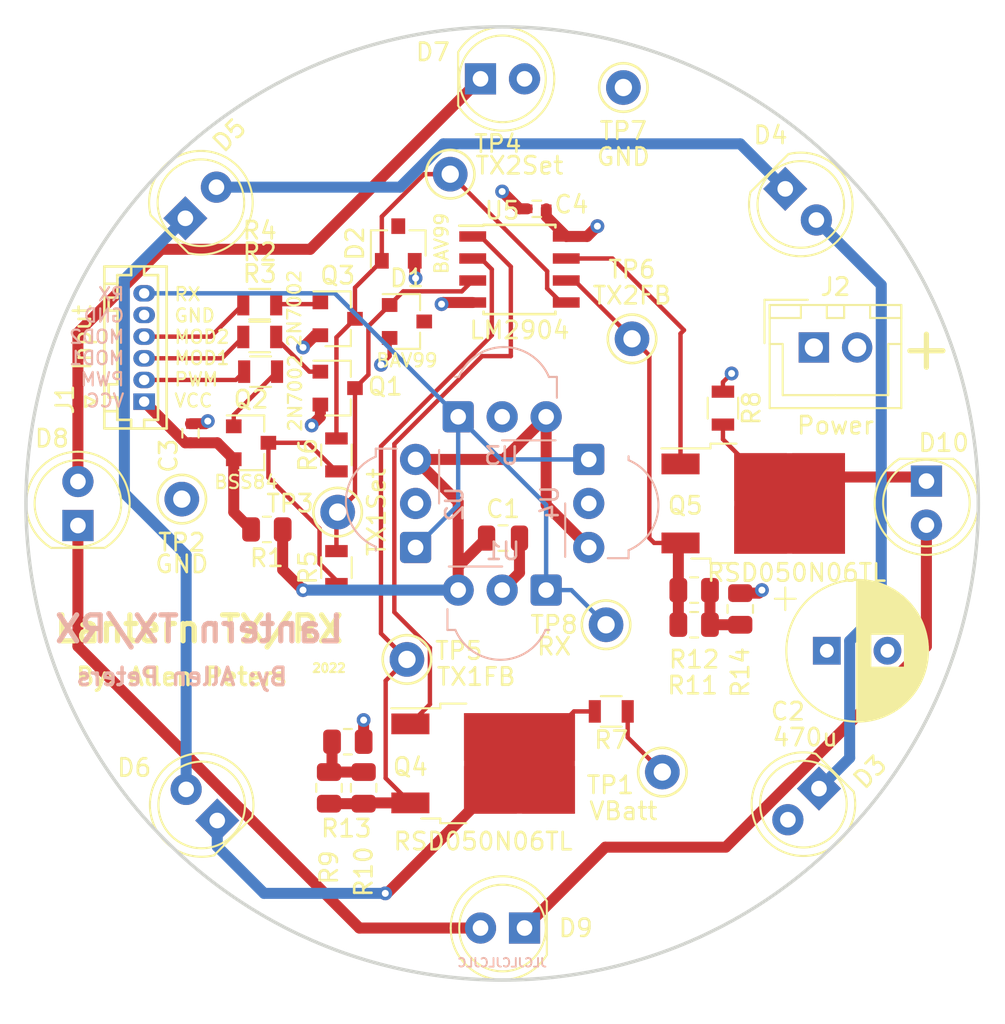
<source format=kicad_pcb>
(kicad_pcb (version 20211014) (generator pcbnew)
  (layers (0 "F.Cu" signal) (1 "In1.Cu" power) (2 "In2.Cu" power) (31 "B.Cu" signal) (34 "B.Paste" user) (35 "F.Paste" user) (36 "B.SilkS" user "B.Silkscreen") (37 "F.SilkS" user "F.Silkscreen") (38 "B.Mask" user) (39 "F.Mask" user) (44 "Edge.Cuts" user))
  (net 0 "")
  (net 1 "+BATT")
  (net 2 "GND")
  (net 3 "VCC")
  (net 4 "Net-(D1-Pad1)")
  (net 7 "Net-(D2-Pad1)")
  (net 8 "Net-(D3-Pad1)")
  (net 9 "Net-(D4-Pad1)")
  (net 10 "/Mod2")
  (net 11 "/Mod1")
  (net 12 "/PWM")
  (net 13 "Net-(Q1-Pad1)")
  (net 14 "Net-(Q2-Pad3)")
  (net 15 "Net-(Q2-Pad1)")
  (net 16 "Net-(Q3-Pad1)")
  (net 17 "Net-(Q4-Pad1)")
  (net 18 "Net-(Q4-Pad3)")
  (net 19 "Net-(Q5-Pad3)")
  (net 20 "Net-(Q5-Pad1)")
  (net 21 "Net-(R10-Pad1)")
  (net 22 "Net-(D5-Pad1)")
  (net 23 "Net-(D6-Pad1)")
  (net 24 "Net-(D7-Pad1)")
  (net 25 "Net-(D8-Pad1)")
  (net 26 "Net-(D10-Pad2)")
  (net 27 "Net-(D10-Pad1)")
  (net 28 "/RX")
  (net 29 "Net-(R11-Pad1)")
  (net 30 "Net-(C1-Pad1)")
  (footprint "TO_SOT_Packages_SMD:TO-252-2" (layer "F.Cu") (at 154.5 70)
    (fp_text reference "Q5" (at -3.925 0.125) (layer "F.SilkS"))
    (fp_text value "RSD050N06TL" (at 2.5 4) (layer "F.SilkS"))
    (pad "1" smd rect locked (at -4.2 -2.28) (size 2.2 1.2) (layers "F.Cu" "F.Paste" "F.Mask") (net 20 "Net-(Q5-Pad1)"))
    (pad "2" smd rect locked (at 3.775 1.525) (size 3.05 2.75) (layers "F.Cu" "F.Paste") (net 27 "Net-(D10-Pad1)"))
    (pad "2" smd rect locked (at 0.425 -1.525) (size 3.05 2.75) (layers "F.Cu" "F.Paste") (net 27 "Net-(D10-Pad1)"))
    (pad "2" smd rect locked (at 2.1 0) (size 6.4 5.8) (layers "F.Cu" "F.Mask") (net 27 "Net-(D10-Pad1)"))
    (pad "2" smd rect locked (at 0.425 1.525) (size 3.05 2.75) (layers "F.Cu" "F.Paste") (net 27 "Net-(D10-Pad1)"))
    (pad "2" smd rect locked (at 3.775 -1.525) (size 3.05 2.75) (layers "F.Cu" "F.Paste") (net 27 "Net-(D10-Pad1)"))
    (pad "3" smd rect locked (at -4.2 2.28) (size 2.2 1.2) (layers "F.Cu" "F.Paste" "F.Mask") (net 19 "Net-(Q5-Pad3)"))
  )
  (footprint "TO_SOT_Packages_SMD:TO-252-2" (layer "F.Cu") (at 138.9 85)
    (fp_text reference "Q4" (at -4.2 0.2) (layer "F.SilkS"))
    (fp_text value "RSD050N06TL" (at 0 4.5) (layer "F.SilkS"))
    (pad "1" smd rect locked (at -4.2 -2.28) (size 2.2 1.2) (layers "F.Cu" "F.Paste" "F.Mask") (net 17 "Net-(Q4-Pad1)"))
    (pad "2" smd rect locked (at 3.775 -1.525) (size 3.05 2.75) (layers "F.Cu" "F.Paste") (net 23 "Net-(D6-Pad1)"))
    (pad "2" smd rect locked (at 3.775 1.525) (size 3.05 2.75) (layers "F.Cu" "F.Paste") (net 23 "Net-(D6-Pad1)"))
    (pad "2" smd rect locked (at 2.1 0) (size 6.4 5.8) (layers "F.Cu" "F.Mask") (net 23 "Net-(D6-Pad1)"))
    (pad "2" smd rect locked (at 0.425 -1.525) (size 3.05 2.75) (layers "F.Cu" "F.Paste") (net 23 "Net-(D6-Pad1)"))
    (pad "2" smd rect locked (at 0.425 1.525) (size 3.05 2.75) (layers "F.Cu" "F.Paste") (net 23 "Net-(D6-Pad1)"))
    (pad "3" smd rect locked (at -4.2 2.28) (size 2.2 1.2) (layers "F.Cu" "F.Paste" "F.Mask") (net 18 "Net-(Q4-Pad3)"))
  )
  (footprint "Resistor_SMD:R_0805_2012Metric" (layer "F.Cu") (at 153.75 76.0875 -90)
    (fp_text reference "R14" (at 3.6625 0 90) (layer "F.SilkS"))
    (fp_text value "1 ohm")
    (pad "1" smd roundrect (at -0.9125 0 270) (size 1.025 1.4) (layers "F.Cu" "F.Paste" "F.Mask") (roundrect_rratio 0.243902) (net 2 "GND"))
    (pad "2" smd roundrect (at 0.9125 0 270) (size 1.025 1.4) (layers "F.Cu" "F.Paste" "F.Mask") (roundrect_rratio 0.243902) (net 29 "Net-(R11-Pad1)"))
  )
  (footprint "Resistor_SMD:R_0805_2012Metric" (layer "F.Cu") (at 151.0875 77 180)
    (fp_text reference "R11" (at 0.0875 -3.5) (layer "F.SilkS"))
    (fp_text value "1 ohm")
    (pad "1" smd roundrect (at -0.9125 0 180) (size 1.025 1.4) (layers "F.Cu" "F.Paste" "F.Mask") (roundrect_rratio 0.243902) (net 29 "Net-(R11-Pad1)"))
    (pad "2" smd roundrect (at 0.9125 0 180) (size 1.025 1.4) (layers "F.Cu" "F.Paste" "F.Mask") (roundrect_rratio 0.243902) (net 19 "Net-(Q5-Pad3)"))
  )
  (footprint "Resistor_SMD:R_0805_2012Metric" (layer "F.Cu") (at 151.0875 75 180)
    (fp_text reference "R12" (at 0 -4) (layer "F.SilkS"))
    (fp_text value "1 ohm")
    (pad "1" smd roundrect (at -0.9125 0 180) (size 1.025 1.4) (layers "F.Cu" "F.Paste" "F.Mask") (roundrect_rratio 0.243902) (net 29 "Net-(R11-Pad1)"))
    (pad "2" smd roundrect (at 0.9125 0 180) (size 1.025 1.4) (layers "F.Cu" "F.Paste" "F.Mask") (roundrect_rratio 0.243902) (net 19 "Net-(Q5-Pad3)"))
  )
  (footprint "Connectors_Hirose:Hirose_DF13-06P-1.25DSA_06x1.25mm_Straight" (layer "F.Cu") (at 119.325 64.125 90)
    (fp_text reference "J1" (at 0.125 -4.575 90) (layer "F.SilkS"))
    (fp_text value "Input" (at 3.7 -3.575 90) (layer "F.SilkS"))
    (pad "1" thru_hole rect locked (at 0 0 90) (size 0.95 1.25) (drill 0.6) (layers *.Cu *.Mask) (net 3 "VCC"))
    (pad "2" thru_hole oval locked (at 1.25 0 90) (size 0.95 1.25) (drill 0.6) (layers *.Cu *.Mask) (net 12 "/PWM"))
    (pad "3" thru_hole oval locked (at 2.5 0 90) (size 0.95 1.25) (drill 0.6) (layers *.Cu *.Mask) (net 11 "/Mod1"))
    (pad "4" thru_hole oval locked (at 3.75 0 90) (size 0.95 1.25) (drill 0.6) (layers *.Cu *.Mask) (net 10 "/Mod2"))
    (pad "5" thru_hole oval locked (at 5 0 90) (size 0.95 1.25) (drill 0.6) (layers *.Cu *.Mask) (net 2 "GND"))
    (pad "6" thru_hole oval locked (at 6.25 0 90) (size 0.95 1.25) (drill 0.6) (layers *.Cu *.Mask) (net 28 "/RX"))
  )
  (footprint "Connectors_JST:JST_XH_B02B-XH-A_02x2.50mm_Straight" (layer "F.Cu") (at 158 61)
    (fp_text reference "J2" (at 1.25 -3.5) (layer "F.SilkS"))
    (fp_text value "Power" (at 1.25 4.5) (layer "F.SilkS"))
    (pad "1" thru_hole rect locked (at 0 0) (size 1.75 1.75) (drill 1.05) (layers *.Cu *.Mask) (net 2 "GND"))
    (pad "2" thru_hole circle locked (at 2.5 0) (size 1.75 1.75) (drill 1.05) (layers *.Cu *.Mask) (net 1 "+BATT"))
  )
  (footprint "TO_SOT_Packages_SMD:SOT-23" (layer "F.Cu") (at 134.5 59.5)
    (fp_text reference "D1" (at 0 -2.5) (layer "F.SilkS"))
    (fp_text value "BAV99" (at 0 2.245) (layer "F.SilkS") (effects (font (size 0.762 0.762) (thickness 0.127))))
    (pad "1" smd rect locked (at -1 -0.95) (size 0.9 0.8) (layers "F.Cu" "F.Paste" "F.Mask") (net 4 "Net-(D1-Pad1)"))
    (pad "2" smd rect locked (at -1 0.95) (size 0.9 0.8) (layers "F.Cu" "F.Paste" "F.Mask") (net 2 "GND"))
    (pad "3" smd rect locked (at 1 0) (size 0.9 0.8) (layers "F.Cu" "F.Paste" "F.Mask"))
  )
  (footprint "Capacitors_SMD:C_0402" (layer "F.Cu") (at 122 65.95 90)
    (fp_text reference "C3" (at -1.3 -1.27 90) (layer "F.SilkS"))
    (fp_text value "2.2u")
    (pad "1" smd rect locked (at -0.55 0 90) (size 0.6 0.5) (layers "F.Cu" "F.Paste" "F.Mask") (net 3 "VCC"))
    (pad "2" smd rect locked (at 0.55 0 90) (size 0.6 0.5) (layers "F.Cu" "F.Paste" "F.Mask") (net 2 "GND"))
  )
  (footprint "Resistors_SMD:R_0805" (layer "F.Cu") (at 126 58.5 180)
    (fp_text reference "R4" (at 0 4.25) (layer "F.SilkS"))
    (fp_text value "0 ohm")
    (pad "1" smd rect locked (at -0.95 0 180) (size 0.7 1.3) (layers "F.Cu" "F.Paste" "F.Mask") (net 16 "Net-(Q3-Pad1)"))
    (pad "2" smd rect locked (at 0.95 0 180) (size 0.7 1.3) (layers "F.Cu" "F.Paste" "F.Mask") (net 10 "/Mod2"))
  )
  (footprint "TO_SOT_Packages_SMD:SOT-23" (layer "F.Cu") (at 130.5 63.345)
    (fp_text reference "Q1" (at 2.75 -0.095) (layer "F.SilkS"))
    (fp_text value "2N7002" (at -2.455 0.28 90) (layer "F.SilkS") (effects (font (size 0.762 0.762) (thickness 0.127))))
    (pad "1" smd rect locked (at -1 -0.95) (size 0.9 0.8) (layers "F.Cu" "F.Paste" "F.Mask") (net 13 "Net-(Q1-Pad1)"))
    (pad "2" smd rect locked (at -1 0.95) (size 0.9 0.8) (layers "F.Cu" "F.Paste" "F.Mask") (net 2 "GND"))
    (pad "3" smd rect locked (at 1 0) (size 0.9 0.8) (layers "F.Cu" "F.Paste" "F.Mask") (net 4 "Net-(D1-Pad1)"))
  )
  (footprint "TO_SOT_Packages_SMD:SOT-23" (layer "F.Cu") (at 134 55 90)
    (fp_text reference "D2" (at 0 -2.5 90) (layer "F.SilkS"))
    (fp_text value "BAV99" (at 0 2.5 90) (layer "F.SilkS") (effects (font (size 0.762 0.762) (thickness 0.127))))
    (pad "1" smd rect locked (at -1 -0.95 90) (size 0.9 0.8) (layers "F.Cu" "F.Paste" "F.Mask") (net 7 "Net-(D2-Pad1)"))
    (pad "2" smd rect locked (at -1 0.95 90) (size 0.9 0.8) (layers "F.Cu" "F.Paste" "F.Mask") (net 2 "GND"))
    (pad "3" smd rect locked (at 1 0 90) (size 0.9 0.8) (layers "F.Cu" "F.Paste" "F.Mask"))
  )
  (footprint "Resistors_SMD:R_0805" (layer "F.Cu") (at 130.43 67.2 90)
    (fp_text reference "R6" (at 0 -1.65 90) (layer "F.SilkS"))
    (fp_text value "1k")
    (pad "1" smd rect locked (at -0.95 0 90) (size 0.7 1.3) (layers "F.Cu" "F.Paste" "F.Mask") (net 14 "Net-(Q2-Pad3)"))
    (pad "2" smd rect locked (at 0.95 0 90) (size 0.7 1.3) (layers "F.Cu" "F.Paste" "F.Mask") (net 7 "Net-(D2-Pad1)"))
  )
  (footprint "TO_SOT_Packages_SMD:SOT-23" (layer "F.Cu") (at 125.5 66.5)
    (fp_text reference "Q2" (at 0 -2.5) (layer "F.SilkS"))
    (fp_text value "BSS84" (at -0.285 2.265) (layer "F.SilkS") (effects (font (size 0.762 0.762) (thickness 0.127))))
    (pad "1" smd rect locked (at -1 -0.95) (size 0.9 0.8) (layers "F.Cu" "F.Paste" "F.Mask") (net 15 "Net-(Q2-Pad1)"))
    (pad "2" smd rect locked (at -1 0.95) (size 0.9 0.8) (layers "F.Cu" "F.Paste" "F.Mask") (net 3 "VCC"))
    (pad "3" smd rect locked (at 1 0) (size 0.9 0.8) (layers "F.Cu" "F.Paste" "F.Mask") (net 14 "Net-(Q2-Pad3)"))
  )
  (footprint "Resistors_SMD:R_0805" (layer "F.Cu") (at 126.05 62.395 180)
    (fp_text reference "R3" (at 0.05 5.645) (layer "F.SilkS"))
    (fp_text value "0 ohm")
    (pad "1" smd rect locked (at -0.95 0 180) (size 0.7 1.3) (layers "F.Cu" "F.Paste" "F.Mask") (net 15 "Net-(Q2-Pad1)"))
    (pad "2" smd rect locked (at 0.95 0 180) (size 0.7 1.3) (layers "F.Cu" "F.Paste" "F.Mask") (net 12 "/PWM"))
  )
  (footprint "Resistors_SMD:R_0805" (layer "F.Cu") (at 126 60.395 180)
    (fp_text reference "R2" (at 0 4.895) (layer "F.SilkS"))
    (fp_text value "0 ohm")
    (pad "1" smd rect locked (at -0.95 0 180) (size 0.7 1.3) (layers "F.Cu" "F.Paste" "F.Mask") (net 13 "Net-(Q1-Pad1)"))
    (pad "2" smd rect locked (at 0.95 0 180) (size 0.7 1.3) (layers "F.Cu" "F.Paste" "F.Mask") (net 11 "/Mod1"))
  )
  (footprint "Resistors_SMD:R_0805" (layer "F.Cu") (at 130.43 73.7 90)
    (fp_text reference "R5" (at 0 -1.65 90) (layer "F.SilkS"))
    (fp_text value "1k")
    (pad "1" smd rect locked (at -0.95 0 90) (size 0.7 1.3) (layers "F.Cu" "F.Paste" "F.Mask") (net 14 "Net-(Q2-Pad3)"))
    (pad "2" smd rect locked (at 0.95 0 90) (size 0.7 1.3) (layers "F.Cu" "F.Paste" "F.Mask") (net 4 "Net-(D1-Pad1)"))
  )
  (footprint "Resistor_SMD:R_0805_2012Metric" (layer "F.Cu") (at 132 86.4125 -90)
    (fp_text reference "R10" (at 4.8375 0 -90) (layer "F.SilkS"))
    (fp_text value "1 ohm")
    (pad "1" smd roundrect (at -0.9125 0 270) (size 1.025 1.4) (layers "F.Cu" "F.Paste" "F.Mask") (roundrect_rratio 0.243902) (net 21 "Net-(R10-Pad1)"))
    (pad "2" smd roundrect (at 0.9125 0 270) (size 1.025 1.4) (layers "F.Cu" "F.Paste" "F.Mask") (roundrect_rratio 0.243902) (net 18 "Net-(Q4-Pad3)"))
  )
  (footprint "Resistor_SMD:R_0805_2012Metric" (layer "F.Cu") (at 131.0875 83.75 180)
    (fp_text reference "R13" (at 0.0875 -5) (layer "F.SilkS"))
    (fp_text value "1 ohm")
    (pad "1" smd roundrect (at -0.9125 0 180) (size 1.025 1.4) (layers "F.Cu" "F.Paste" "F.Mask") (roundrect_rratio 0.243902) (net 2 "GND"))
    (pad "2" smd roundrect (at 0.9125 0 180) (size 1.025 1.4) (layers "F.Cu" "F.Paste" "F.Mask") (roundrect_rratio 0.243902) (net 21 "Net-(R10-Pad1)"))
  )
  (footprint "Resistor_SMD:R_0805_2012Metric" (layer "F.Cu") (at 130 86.4125 -90)
    (fp_text reference "R9" (at 4.5875 0 -90) (layer "F.SilkS"))
    (fp_text value "1 ohm")
    (pad "1" smd roundrect (at -0.9125 0 270) (size 1.025 1.4) (layers "F.Cu" "F.Paste" "F.Mask") (roundrect_rratio 0.243902) (net 21 "Net-(R10-Pad1)"))
    (pad "2" smd roundrect (at 0.9125 0 270) (size 1.025 1.4) (layers "F.Cu" "F.Paste" "F.Mask") (roundrect_rratio 0.243902) (net 18 "Net-(Q4-Pad3)"))
  )
  (footprint "Resistors_SMD:R_0805" (layer "F.Cu") (at 146.300001 82 180)
    (fp_text reference "R7" (at 0 -1.65) (layer "F.SilkS"))
    (fp_text value "1k")
    (pad "1" smd rect locked (at -0.95 0 180) (size 0.7 1.3) (layers "F.Cu" "F.Paste" "F.Mask") (net 1 "+BATT"))
    (pad "2" smd rect locked (at 0.95 0 180) (size 0.7 1.3) (layers "F.Cu" "F.Paste" "F.Mask") (net 23 "Net-(D6-Pad1)"))
  )
  (footprint "LED_THT:LED_D5.0mm" (layer "F.Cu") (at 123.546051 88.296051 135)
    (fp_text reference "D6" (at 5.545204 -1.237437 180) (layer "F.SilkS"))
    (fp_text value "LED1")
    (pad "1" thru_hole rect (at 0 0 135) (size 1.8 1.8) (drill 0.9) (layers *.Cu *.Mask) (net 23 "Net-(D6-Pad1)"))
    (pad "2" thru_hole circle (at 2.54 0 135) (size 1.8 1.8) (drill 0.9) (layers *.Cu *.Mask) (net 22 "Net-(D5-Pad1)"))
  )
  (footprint "Resistors_SMD:R_0805" (layer "F.Cu") (at 152.75 64.5 -90)
    (fp_text reference "R8" (at 0 -1.65 90) (layer "F.SilkS"))
    (fp_text value "1k")
    (pad "1" smd rect locked (at -0.95 0 270) (size 0.7 1.3) (layers "F.Cu" "F.Paste" "F.Mask") (net 1 "+BATT"))
    (pad "2" smd rect locked (at 0.95 0 270) (size 0.7 1.3) (layers "F.Cu" "F.Paste" "F.Mask") (net 27 "Net-(D10-Pad1)"))
  )
  (footprint "Capacitors_THT:CP_Radial_D8.0mm_P3.50mm" (layer "F.Cu") (at 158.75 78.5)
    (fp_text reference "C2" (at -2.25 3.5) (layer "F.SilkS"))
    (fp_text value "470u" (at -1.25 5) (layer "F.SilkS"))
    (pad "1" thru_hole rect (at 0 0) (size 1.6 1.6) (drill 0.8) (layers *.Cu *.Mask) (net 1 "+BATT"))
    (pad "2" thru_hole circle (at 3.5 0) (size 1.6 1.6) (drill 0.8) (layers *.Cu *.Mask) (net 2 "GND"))
  )
  (footprint "TestPoint:TestPoint_Keystone_5000-5004_Miniature" (layer "F.Cu") (at 149.25 85.5)
    (fp_text reference "TP1" (at -3 0.75) (layer "F.SilkS"))
    (fp_text value "VBatt" (at -2.25 2.25) (layer "F.SilkS"))
    (pad "1" thru_hole circle (at 0 0) (size 2 2) (drill 1) (layers *.Cu *.Mask) (net 1 "+BATT"))
  )
  (footprint "TestPoint:TestPoint_Keystone_5000-5004_Miniature" (layer "F.Cu") (at 121.5 69.75)
    (fp_text reference "TP2" (at 0 2.5) (layer "F.SilkS"))
    (fp_text value "GND" (at 0 3.75) (layer "F.SilkS"))
    (pad "1" thru_hole circle (at 0 0) (size 2 2) (drill 1) (layers *.Cu *.Mask) (net 2 "GND"))
  )
  (footprint "TestPoint:TestPoint_Keystone_5000-5004_Miniature" (layer "F.Cu") (at 130.5 70.5)
    (fp_text reference "TP3" (at -2.75 -0.5) (layer "F.SilkS"))
    (fp_text value "TX1Set" (at 2.25 0 90) (layer "F.SilkS"))
    (pad "1" thru_hole circle (at 0 0) (size 2 2) (drill 1) (layers *.Cu *.Mask) (net 4 "Net-(D1-Pad1)"))
  )
  (footprint "TestPoint:TestPoint_Keystone_5000-5004_Miniature" (layer "F.Cu") (at 137 51)
    (fp_text reference "TP4" (at 2.75 -1.75) (layer "F.SilkS"))
    (fp_text value "TX2Set" (at 4 -0.5) (layer "F.SilkS"))
    (pad "1" thru_hole circle (at 0 0) (size 2 2) (drill 1) (layers *.Cu *.Mask) (net 7 "Net-(D2-Pad1)"))
  )
  (footprint "TestPoint:TestPoint_Keystone_5000-5004_Miniature" (layer "F.Cu") (at 147.5 60.5)
    (fp_text reference "TP6" (at 0 -4) (layer "F.SilkS"))
    (fp_text value "TX2FB" (at 0 -2.5) (layer "F.SilkS"))
    (pad "1" thru_hole circle (at 0 0) (size 2 2) (drill 1) (layers *.Cu *.Mask) (net 19 "Net-(Q5-Pad3)"))
  )
  (footprint "TestPoint:TestPoint_Keystone_5000-5004_Miniature" (layer "F.Cu") (at 134.5 79)
    (fp_text reference "TP5" (at 3 -0.5) (layer "F.SilkS"))
    (fp_text value "TX1FB" (at 4 1) (layer "F.SilkS"))
    (pad "1" thru_hole circle (at 0 0) (size 2 2) (drill 1) (layers *.Cu *.Mask) (net 18 "Net-(Q4-Pad3)"))
  )
  (footprint "TestPoint:TestPoint_Keystone_5000-5004_Miniature" (layer "F.Cu") (at 147 46)
    (fp_text reference "TP7" (at 0 2.5) (layer "F.SilkS"))
    (fp_text value "GND" (at 0 4) (layer "F.SilkS"))
    (pad "1" thru_hole circle (at 0 0) (size 2 2) (drill 1) (layers *.Cu *.Mask) (net 2 "GND"))
  )
  (footprint "Housings_SOIC:SOIC-8_3.9x4.9mm_Pitch1.27mm" (layer "F.Cu") (at 141 56.5)
    (fp_text reference "U5" (at -1 -3.4) (layer "F.SilkS"))
    (fp_text value "LM2904" (at 0 3.5) (layer "F.SilkS"))
    (pad "1" smd rect locked (at -2.7 -1.905) (size 1.55 0.6) (layers "F.Cu" "F.Paste" "F.Mask") (net 17 "Net-(Q4-Pad1)"))
    (pad "2" smd rect locked (at -2.7 -0.635) (size 1.55 0.6) (layers "F.Cu" "F.Paste" "F.Mask") (net 18 "Net-(Q4-Pad3)"))
    (pad "3" smd rect locked (at -2.7 0.635) (size 1.55 0.6) (layers "F.Cu" "F.Paste" "F.Mask") (net 4 "Net-(D1-Pad1)"))
    (pad "4" smd rect locked (at -2.7 1.905) (size 1.55 0.6) (layers "F.Cu" "F.Paste" "F.Mask") (net 2 "GND"))
    (pad "5" smd rect locked (at 2.7 1.905) (size 1.55 0.6) (layers "F.Cu" "F.Paste" "F.Mask") (net 7 "Net-(D2-Pad1)"))
    (pad "6" smd rect locked (at 2.7 0.635) (size 1.55 0.6) (layers "F.Cu" "F.Paste" "F.Mask") (net 19 "Net-(Q5-Pad3)"))
    (pad "7" smd rect locked (at 2.7 -0.635) (size 1.55 0.6) (layers "F.Cu" "F.Paste" "F.Mask") (net 20 "Net-(Q5-Pad1)"))
    (pad "8" smd rect locked (at 2.7 -1.905) (size 1.55 0.6) (layers "F.Cu" "F.Paste" "F.Mask") (net 1 "+BATT"))
  )
  (footprint "Capacitors_SMD:C_0402" (layer "F.Cu") (at 142 53 180)
    (fp_text reference "C4" (at -2 0.25) (layer "F.SilkS"))
    (fp_text value "2.2u")
    (pad "1" smd rect locked (at -0.55 0 180) (size 0.6 0.5) (layers "F.Cu" "F.Paste" "F.Mask") (net 1 "+BATT"))
    (pad "2" smd rect locked (at 0.55 0 180) (size 0.6 0.5) (layers "F.Cu" "F.Paste" "F.Mask") (net 2 "GND"))
  )
  (footprint "TO_SOT_Packages_SMD:SOT-23" (layer "F.Cu") (at 130.5 59.345)
    (fp_text reference "Q3" (at 0 -2.5) (layer "F.SilkS"))
    (fp_text value "2N7002" (at -2.5 -0.595 90) (layer "F.SilkS") (effects (font (size 0.762 0.762) (thickness 0.127))))
    (pad "1" smd rect locked (at -1 -0.95) (size 0.9 0.8) (layers "F.Cu" "F.Paste" "F.Mask") (net 16 "Net-(Q3-Pad1)"))
    (pad "2" smd rect locked (at -1 0.95) (size 0.9 0.8) (layers "F.Cu" "F.Paste" "F.Mask") (net 2 "GND"))
    (pad "3" smd rect locked (at 1 0) (size 0.9 0.8) (layers "F.Cu" "F.Paste" "F.Mask") (net 7 "Net-(D2-Pad1)"))
  )
  (footprint "Resistor_SMD:R_0805_2012Metric" (layer "F.Cu") (at 126.4125 71.5 180)
    (fp_text reference "R1" (at 0 -1.65) (layer "F.SilkS"))
    (fp_text value "100")
    (pad "1" smd roundrect (at -0.9125 0 180) (size 1.025 1.4) (layers "F.Cu" "F.Paste" "F.Mask") (roundrect_rratio 0.243902) (net 30 "Net-(C1-Pad1)"))
    (pad "2" smd roundrect (at 0.9125 0 180) (size 1.025 1.4) (layers "F.Cu" "F.Paste" "F.Mask") (roundrect_rratio 0.243902) (net 3 "VCC"))
  )
  (footprint "LED_THT:LED_D5.0mm" (layer "F.Cu") (at 121.703949 53.546051 45)
    (fp_text reference "D5" (at 5.19165 -1.59099 45) (layer "F.SilkS"))
    (fp_text value "LED1")
    (pad "1" thru_hole rect (at 0 0 45) (size 1.8 1.8) (drill 0.9) (layers *.Cu *.Mask) (net 22 "Net-(D5-Pad1)"))
    (pad "2" thru_hole circle (at 2.54 0 45) (size 1.8 1.8) (drill 0.9) (layers *.Cu *.Mask) (net 9 "Net-(D4-Pad1)"))
  )
  (footprint "LED_THT:LED_D5.0mm" (layer "F.Cu") (at 164.5 68.71 -90)
    (fp_text reference "D10" (at -2.21 -1) (layer "F.SilkS"))
    (fp_text value "LED1")
    (pad "1" thru_hole rect (at 0 0 270) (size 1.8 1.8) (drill 0.9) (layers *.Cu *.Mask) (net 27 "Net-(D10-Pad1)"))
    (pad "2" thru_hole circle (at 2.54 0 270) (size 1.8 1.8) (drill 0.9) (layers *.Cu *.Mask) (net 26 "Net-(D10-Pad2)"))
  )
  (footprint "MountingHole:MountingHole_3.2mm_M3" (layer "F.Cu") (at 130.5 48)
    (fp_text reference "H1")
    (fp_text value "MountingHole")
    (pad "" np_thru_hole circle (at 0 0) (size 3.2 3.2) (drill 3.2) (layers *.Cu *.Mask))
  )
  (footprint "TestPoint:TestPoint_Keystone_5000-5004_Miniature" (layer "F.Cu") (at 146 77)
    (fp_text reference "TP8" (at -3 0) (layer "F.SilkS"))
    (fp_text value "RX" (at -3 1.25) (layer "F.SilkS"))
    (pad "1" thru_hole circle (at 0 0) (size 2 2) (drill 1) (layers *.Cu *.Mask) (net 28 "/RX"))
  )
  (footprint "LED_THT:LED_D5.0mm" (layer "F.Cu") (at 156.348439 51.848439 -45)
    (fp_text reference "D4" (at -2.790864 -1.59099) (layer "F.SilkS"))
    (fp_text value "LED1")
    (pad "1" thru_hole rect (at 0 0 315) (size 1.8 1.8) (drill 0.9) (layers *.Cu *.Mask) (net 9 "Net-(D4-Pad1)"))
    (pad "2" thru_hole circle (at 2.54 0 315) (size 1.8 1.8) (drill 0.9) (layers *.Cu *.Mask) (net 8 "Net-(D3-Pad1)"))
  )
  (footprint "MountingHole:MountingHole_3.2mm_M3" (layer "F.Cu") (at 149.5 92)
    (fp_text reference "H2")
    (fp_text value "MountingHole")
    (pad "" np_thru_hole circle (at 0 0) (size 3.2 3.2) (drill 3.2) (layers *.Cu *.Mask))
  )
  (footprint "LED_THT:LED_D5.0mm" (layer "F.Cu") (at 115.5 71.275 90)
    (fp_text reference "D8" (at 5.025 -1.5) (layer "F.SilkS"))
    (fp_text value "LED1")
    (pad "1" thru_hole rect (at 0 0 90) (size 1.8 1.8) (drill 0.9) (layers *.Cu *.Mask) (net 25 "Net-(D8-Pad1)"))
    (pad "2" thru_hole circle (at 2.54 0 90) (size 1.8 1.8) (drill 0.9) (layers *.Cu *.Mask) (net 24 "Net-(D7-Pad1)"))
  )
  (footprint "LED_THT:LED_D5.0mm" (layer "F.Cu") (at 158.296051 86.453949 -135)
    (fp_text reference "D3" (at -2.763301 -1.414214 45) (layer "F.SilkS"))
    (fp_text value "LED1")
    (pad "1" thru_hole rect (at 0 0 225) (size 1.8 1.8) (drill 0.9) (layers *.Cu *.Mask) (net 8 "Net-(D3-Pad1)"))
    (pad "2" thru_hole circle (at 2.54 0 225) (size 1.8 1.8) (drill 0.9) (layers *.Cu *.Mask) (net 1 "+BATT"))
  )
  (footprint "LED_THT:LED_D5.0mm" (layer "F.Cu") (at 141.29 94.5 180)
    (fp_text reference "D9" (at -2.96 0) (layer "F.SilkS"))
    (fp_text value "LED1")
    (pad "1" thru_hole rect (at 0 0 180) (size 1.8 1.8) (drill 0.9) (layers *.Cu *.Mask) (net 26 "Net-(D10-Pad2)"))
    (pad "2" thru_hole circle (at 2.54 0 180) (size 1.8 1.8) (drill 0.9) (layers *.Cu *.Mask) (net 25 "Net-(D8-Pad1)"))
  )
  (footprint "LED_THT:LED_D5.0mm" (layer "F.Cu") (at 138.75 45.5)
    (fp_text reference "D7" (at -2.75 -1.545) (layer "F.SilkS"))
    (fp_text value "LED1")
    (pad "1" thru_hole rect (at 0 0) (size 1.8 1.8) (drill 0.9) (layers *.Cu *.Mask) (net 24 "Net-(D7-Pad1)"))
    (pad "2" thru_hole circle (at 2.54 0) (size 1.8 1.8) (drill 0.9) (layers *.Cu *.Mask) (net 1 "+BATT"))
  )
  (footprint "Capacitor_SMD:C_0805_2012Metric" (layer "F.Cu") (at 140.05 72)
    (fp_text reference "C1" (at 0 -1.68) (layer "F.SilkS"))
    (fp_text value "4.7u")
    (pad "1" smd roundrect (at -0.95 0) (size 1 1.45) (layers "F.Cu" "F.Paste" "F.Mask") (net 30 "Net-(C1-Pad1)"))
    (pad "2" smd roundrect (at 0.95 0) (size 1 1.45) (layers "F.Cu" "F.Paste" "F.Mask") (net 2 "GND"))
  )
  (footprint "OptoDevice:Vishay_MOLD-3Pin" (layer "B.Cu") (at 142.54 75 180)
    (fp_text reference "U1" (at 2.5 2.25) (layer "B.SilkS") (effects (justify mirror)))
    (fp_text value "TSOP4838")
    (pad "1" thru_hole roundrect (at 0 0 180) (size 1.8 1.8) (drill 0.9) (layers *.Cu *.Mask) (roundrect_rratio 0.138) (net 28 "/RX"))
    (pad "2" thru_hole circle (at 2.54 0 180) (size 1.8 1.8) (drill 0.9) (layers *.Cu *.Mask) (net 2 "GND"))
    (pad "3" thru_hole circle (at 5.08 0 180) (size 1.8 1.8) (drill 0.9) (layers *.Cu *.Mask) (net 30 "Net-(C1-Pad1)"))
  )
  (footprint "OptoDevice:Vishay_MOLD-3Pin" (layer "B.Cu") (at 145 67.46 -90)
    (fp_text reference "U4" (at 2.5 2.25 90) (layer "B.SilkS") (effects (justify mirror)))
    (fp_text value "TSOP4838")
    (pad "1" thru_hole roundrect (at 0 0 270) (size 1.8 1.8) (drill 0.9) (layers *.Cu *.Mask) (roundrect_rratio 0.138) (net 28 "/RX"))
    (pad "2" thru_hole circle (at 2.54 0 270) (size 1.8 1.8) (drill 0.9) (layers *.Cu *.Mask) (net 2 "GND"))
    (pad "3" thru_hole circle (at 5.08 0 270) (size 1.8 1.8) (drill 0.9) (layers *.Cu *.Mask) (net 30 "Net-(C1-Pad1)"))
  )
  (footprint "OptoDevice:Vishay_MOLD-3Pin" (layer "B.Cu") (at 137.46 65)
    (fp_text reference "U3" (at 2.5 2.25) (layer "B.SilkS") (effects (justify mirror)))
    (fp_text value "TSOP4838")
    (pad "1" thru_hole roundrect (at 0 0) (size 1.8 1.8) (drill 0.9) (layers *.Cu *.Mask) (roundrect_rratio 0.138) (net 28 "/RX"))
    (pad "2" thru_hole circle (at 2.54 0) (size 1.8 1.8) (drill 0.9) (layers *.Cu *.Mask) (net 2 "GND"))
    (pad "3" thru_hole circle (at 5.08 0) (size 1.8 1.8) (drill 0.9) (layers *.Cu *.Mask) (net 30 "Net-(C1-Pad1)"))
  )
  (footprint "OptoDevice:Vishay_MOLD-3Pin" (layer "B.Cu") (at 135 72.54 90)
    (fp_text reference "U2" (at 2.5 2.25 90) (layer "B.SilkS") (effects (justify mirror)))
    (fp_text value "TSOP4838")
    (pad "1" thru_hole roundrect (at 0 0 90) (size 1.8 1.8) (drill 0.9) (layers *.Cu *.Mask) (roundrect_rratio 0.138) (net 28 "/RX"))
    (pad "2" thru_hole circle (at 2.54 0 90) (size 1.8 1.8) (drill 0.9) (layers *.Cu *.Mask) (net 2 "GND"))
    (pad "3" thru_hole circle (at 5.08 0 90) (size 1.8 1.8) (drill 0.9) (layers *.Cu *.Mask) (net 30 "Net-(C1-Pad1)"))
  )
  (gr_circle (center 140 70) (end 167.5 70) (layer "Edge.Cuts") (width 0.2) (fill none))
  (gr_text "Lantern TX/RX" (at 122.5 77.25) (layer "B.SilkS") (effects (font (size 1.5 1.5) (thickness 0.3)) (justify mirror)))
  (gr_text "JLCJLCJLCJLC" (at 140 96.5) (layer "B.SilkS") (effects (font (size 0.5 0.5) (thickness 0.1)) (justify mirror)))
  (gr_text "By: Allen Peters" (at 121.5 80) (layer "B.SilkS") (effects (font (size 1 1) (thickness 0.2)) (justify mirror)))
  (gr_text "RX\nGND\nMOD2\nMOD1\nPWM\nVCC" (at 118.25 61) (layer "B.SilkS") (effects (font (size 0.762 0.762) (thickness 0.127)) (justify left mirror)))
  (gr_text "By: Allen Peters" (at 121.5 80) (layer "F.SilkS") (effects (font (size 1 1) (thickness 0.2))))
  (gr_text "2022" (at 130 79.5) (layer "F.SilkS") (effects (font (size 0.5 0.5) (thickness 0.125))))
  (gr_text "+" (at 164.5 61) (layer "F.SilkS") (effects (font (size 2.5 2.5) (thickness 0.3))))
  (gr_text "RX\nGND\nMOD2\nMOD1\nPWM\nVCC" (at 121 61) (layer "F.SilkS") (effects (font (size 0.762 0.762) (thickness 0.127)) (justify left)))
  (gr_text "Lantern TX/RX" (at 122.5 77.25) (layer "F.SilkS") (effects (font (size 1.5 1.5) (thickness 0.3))))
  (segment (start 143.7 54.595) (end 144.905 54.595) (width 0.635) (layer "F.Cu") (net 1))
  (segment (start 144.905 54.595) (end 145.5 54) (width 0.635) (layer "F.Cu") (net 1))
  (segment (start 147.250001 83.500001) (end 147.250001 82) (width 0.254) (layer "F.Cu") (net 1))
  (segment (start 152.75 63.55) (end 152.75 63) (width 0.254) (layer "F.Cu") (net 1))
  (segment (start 152.75 63) (end 153.25 62.5) (width 0.254) (layer "F.Cu") (net 1))
  (segment (start 142.55 53) (end 142.55 53.445) (width 0.635) (layer "F.Cu") (net 1))
  (segment (start 142.55 53.445) (end 143.7 54.595) (width 0.635) (layer "F.Cu") (net 1))
  (segment (start 149.25 85.5) (end 147.250001 83.500001) (width 0.254) (layer "F.Cu") (net 1))
  (via (at 153.25 62.5) (size 0.8) (drill 0.4) (layers "F.Cu" "B.Cu") (net 1))
  (via (at 145.5 54) (size 0.8) (drill 0.4) (layers "F.Cu" "B.Cu") (net 1))
  (segment (start 122 65.4) (end 122.85 65.4) (width 0.635) (layer "F.Cu") (net 2))
  (segment (start 141.45 53) (end 141 53) (width 0.635) (layer "F.Cu") (net 2))
  (segment (start 129.5 64.295) (end 129.5 65) (width 0.635) (layer "F.Cu") (net 2))
  (segment (start 129.5 60.295) (end 129.205 60.295) (width 0.635) (layer "F.Cu") (net 2))
  (segment (start 129.5 65) (end 129 65.5) (width 0.635) (layer "F.Cu") (net 2))
  (segment (start 134.95 56.95) (end 135 57) (width 0.635) (layer "F.Cu") (net 2))
  (segment (start 133.5 61.503011) (end 133.003011 62) (width 0.254) (layer "F.Cu") (net 2))
  (segment (start 141 53) (end 140 52) (width 0.635) (layer "F.Cu") (net 2))
  (segment (start 138.3 58.405) (end 136.595 58.405) (width 0.635) (layer "F.Cu") (net 2))
  (segment (start 141 74) (end 140 75) (width 0.635) (layer "F.Cu") (net 2))
  (segment (start 122.85 65.4) (end 123 65.25) (width 0.635) (layer "F.Cu") (net 2))
  (segment (start 132 84) (end 132 82.5) (width 0.635) (layer "F.Cu") (net 2))
  (segment (start 136.595 58.405) (end 136.5 58.5) (width 0.635) (layer "F.Cu") (net 2))
  (segment (start 154.825 75.175) (end 155 75) (width 0.635) (layer "F.Cu") (net 2))
  (segment (start 141 72) (end 141 74) (width 0.635) (layer "F.Cu") (net 2))
  (segment (start 133.5 60.45) (end 133.5 61.503011) (width 0.254) (layer "F.Cu") (net 2))
  (segment (start 129.205 60.295) (end 128.5 61) (width 0.635) (layer "F.Cu") (net 2))
  (segment (start 134.95 56) (end 134.95 56.95) (width 0.635) (layer "F.Cu") (net 2))
  (segment (start 153.75 75.175) (end 154.825 75.175) (width 0.635) (layer "F.Cu") (net 2))
  (via (at 135 57) (size 0.8) (drill 0.4) (layers "F.Cu" "B.Cu") (net 2))
  (via (at 133.003011 62) (size 0.8) (drill 0.4) (layers "F.Cu" "B.Cu") (net 2))
  (via (at 128.5 61) (size 0.8) (drill 0.4) (layers "F.Cu" "B.Cu") (net 2))
  (via (at 136.5 58.5) (size 0.8) (drill 0.4) (layers "F.Cu" "B.Cu") (net 2))
  (via (at 132 82.5) (size 0.8) (drill 0.4) (layers "F.Cu" "B.Cu") (net 2))
  (via (at 140 52) (size 0.8) (drill 0.4) (layers "F.Cu" "B.Cu") (net 2))
  (via (at 129 65.5) (size 0.8) (drill 0.4) (layers "F.Cu" "B.Cu") (net 2))
  (via (at 155 75) (size 0.8) (drill 0.4) (layers "F.Cu" "B.Cu") (net 2))
  (via (at 123 65.25) (size 0.8) (drill 0.4) (layers "F.Cu" "B.Cu") (net 2))
  (segment (start 123.55 66.5) (end 124.5 67.45) (width 0.635) (layer "F.Cu") (net 3))
  (segment (start 121.7 66.5) (end 122 66.5) (width 0.635) (layer "F.Cu") (net 3))
  (segment (start 119.325 64.125) (end 121.7 66.5) (width 0.635) (layer "F.Cu") (net 3))
  (segment (start 124.5 67.45) (end 124.5 70.5) (width 0.635) (layer "F.Cu") (net 3))
  (segment (start 122 66.5) (end 123.55 66.5) (width 0.635) (layer "F.Cu") (net 3))
  (segment (start 124.5 70.5) (end 125.5 71.5) (width 0.635) (layer "F.Cu") (net 3))
  (segment (start 132.276511 62.568489) (end 132.276511 59.773489) (width 0.254) (layer "F.Cu") (net 4))
  (segment (start 132.276511 59.773489) (end 133.5 58.55) (width 0.254) (layer "F.Cu") (net 4))
  (segment (start 130.43 70.57) (end 130.5 70.5) (width 0.254) (layer "F.Cu") (net 4))
  (segment (start 137.67402 57.76098) (end 138.3 57.135) (width 0.254) (layer "F.Cu") (net 4))
  (segment (start 130.5 70.5) (end 131.5 69.5) (width 0.254) (layer "F.Cu") (net 4))
  (segment (start 131.5 63.345) (end 132.276511 62.568489) (width 0.254) (layer "F.Cu") (net 4))
  (segment (start 133.5 58.55) (end 134.28902 57.76098) (width 0.254) (layer "F.Cu") (net 4))
  (segment (start 131.5 69.5) (end 131.5 63.345) (width 0.254) (layer "F.Cu") (net 4))
  (segment (start 134.28902 57.76098) (end 137.67402 57.76098) (width 0.254) (layer "F.Cu") (net 4))
  (segment (start 130.43 72.545) (end 130.43 70.57) (width 0.254) (layer "F.Cu") (net 4))
  (segment (start 131.5 57.55) (end 133.05 56) (width 0.254) (layer "F.Cu") (net 7))
  (segment (start 137 51) (end 142.598489 56.598489) (width 0.254) (layer "F.Cu") (net 7))
  (segment (start 135.496978 51) (end 137 51) (width 0.254) (layer "F.Cu") (net 7))
  (segment (start 142.598489 56.598489) (end 142.598489 57.598489) (width 0.254) (layer "F.Cu") (net 7))
  (segment (start 130.43 60.415) (end 131.5 59.345) (width 0.254) (layer "F.Cu") (net 7))
  (segment (start 130.43 66.25) (end 130.43 60.415) (width 0.254) (layer "F.Cu") (net 7))
  (segment (start 131.5 59.345) (end 131.5 57.55) (width 0.254) (layer "F.Cu") (net 7))
  (segment (start 133.05 56) (end 133.05 53.446978) (width 0.254) (layer "F.Cu") (net 7))
  (segment (start 143.405 58.405) (end 143.7 58.405) (width 0.254) (layer "F.Cu") (net 7))
  (segment (start 133.05 53.446978) (end 135.496978 51) (width 0.254) (layer "F.Cu") (net 7))
  (segment (start 142.598489 57.598489) (end 143.405 58.405) (width 0.254) (layer "F.Cu") (net 7))
  (segment (start 158.14449 53.64449) (end 161.892011 57.392011) (width 0.635) (layer "B.Cu") (net 8))
  (segment (start 160.067011 77.932989) (end 160.067011 84.682989) (width 0.635) (layer "B.Cu") (net 8))
  (segment (start 161.892011 76.107989) (end 160.067011 77.932989) (width 0.635) (layer "B.Cu") (net 8))
  (segment (start 160.067011 84.682989) (end 158.296051 86.453949) (width 0.635) (layer "B.Cu") (net 8))
  (segment (start 161.892011 57.392011) (end 161.892011 76.107989) (width 0.635) (layer "B.Cu") (net 8))
  (segment (start 123.5 51.75) (end 134.104621 51.75) (width 0.635) (layer "B.Cu") (net 9))
  (segment (start 134.104621 51.75) (end 136.604621 49.25) (width 0.635) (layer "B.Cu") (net 9))
  (segment (start 136.604621 49.25) (end 153.75 49.25) (width 0.635) (layer "B.Cu") (net 9))
  (segment (start 153.75 49.25) (end 156.348439 51.848439) (width 0.635) (layer "B.Cu") (net 9))
  (segment (start 123.175 60.375) (end 125.05 58.5) (width 0.254) (layer "F.Cu") (net 10))
  (segment (start 119.325 60.375) (end 123.175 60.375) (width 0.254) (layer "F.Cu") (net 10))
  (segment (start 119.325 61.625) (end 123.82 61.625) (width 0.254) (layer "F.Cu") (net 11))
  (segment (start 123.82 61.625) (end 125.05 60.395) (width 0.254) (layer "F.Cu") (net 11))
  (segment (start 119.325 62.875) (end 124.62 62.875) (width 0.254) (layer "F.Cu") (net 12))
  (segment (start 124.62 62.875) (end 125.1 62.395) (width 0.254) (layer "F.Cu") (net 12))
  (segment (start 128.867557 62.395) (end 129.5 62.395) (width 0.254) (layer "F.Cu") (net 13))
  (segment (start 126.95 60.477443) (end 128.867557 62.395) (width 0.254) (layer "F.Cu") (net 13))
  (segment (start 126.95 60.395) (end 126.95 60.477443) (width 0.254) (layer "F.Cu") (net 13))
  (segment (start 126.5 68.5) (end 126.5 66.5) (width 0.254) (layer "F.Cu") (net 14))
  (segment (start 129.453489 73.468489) (end 129.453489 71.453489) (width 0.254) (layer "F.Cu") (net 14))
  (segment (start 128.78 66.5) (end 130.43 68.15) (width 0.254) (layer "F.Cu") (net 14))
  (segment (start 126.5 66.5) (end 128.78 66.5) (width 0.254) (layer "F.Cu") (net 14))
  (segment (start 129.453489 71.453489) (end 126.5 68.5) (width 0.254) (layer "F.Cu") (net 14))
  (segment (start 130.43 74.445) (end 129.453489 73.468489) (width 0.254) (layer "F.Cu") (net 14))
  (segment (start 127 62.395) (end 124.5 64.895) (width 0.254) (layer "F.Cu") (net 15))
  (segment (start 124.5 64.895) (end 124.5 65.55) (width 0.254) (layer "F.Cu") (net 15))
  (segment (start 126.95 58.5) (end 129.395 58.5) (width 0.254) (layer "F.Cu") (net 16))
  (segment (start 129.395 58.5) (end 129.5 58.395) (width 0.254) (layer "F.Cu") (net 16))
  (segment (start 135.826511 81.593489) (end 134.7 82.72) (width 0.254) (layer "F.Cu") (net 17))
  (segment (start 138.843741 61.5) (end 133.77348 66.570261) (width 0.254) (layer "F.Cu") (net 17))
  (segment (start 140.5 56.336978) (end 140.5 61.5) (width 0.254) (layer "F.Cu") (net 17))
  (segment (start 135.826511 78.326511) (end 135.826511 81.593489) (width 0.254) (layer "F.Cu") (net 17))
  (segment (start 140.5 61.5) (end 138.843741 61.5) (width 0.254) (layer "F.Cu") (net 17))
  (segment (start 133.77348 66.570261) (end 133.77348 76.27348) (width 0.254) (layer "F.Cu") (net 17))
  (segment (start 133.77348 76.27348) (end 135.826511 78.326511) (width 0.254) (layer "F.Cu") (net 17))
  (segment (start 138.3 54.595) (end 138.758022 54.595) (width 0.254) (layer "F.Cu") (net 17))
  (segment (start 138.758022 54.595) (end 140.5 56.336978) (width 0.254) (layer "F.Cu") (net 17))
  (segment (start 134.7 87.28) (end 132.045 87.28) (width 0.635) (layer "F.Cu") (net 18))
  (segment (start 132.045 87.28) (end 132 87.325) (width 0.635) (layer "F.Cu") (net 18))
  (segment (start 138.775 55.865) (end 139.401511 56.491511) (width 0.254) (layer "F.Cu") (net 18))
  (segment (start 139.401511 56.491511) (end 139.401511 60.300856) (width 0.254) (layer "F.Cu") (net 18))
  (segment (start 133.273489 80.226511) (end 133.273489 85.853489) (width 0.254) (layer "F.Cu") (net 18))
  (segment (start 133 77.5) (end 134.5 79) (width 0.254) (layer "F.Cu") (net 18))
  (segment (start 139.401511 60.300856) (end 133 66.702367) (width 0.254) (layer "F.Cu") (net 18))
  (segment (start 133 66.702367) (end 133 77.5) (width 0.254) (layer "F.Cu") (net 18))
  (segment (start 138.3 55.865) (end 138.775 55.865) (width 0.254) (layer "F.Cu") (net 18))
  (segment (start 133.273489 85.853489) (end 134.7 87.28) (width 0.254) (layer "F.Cu") (net 18))
  (segment (start 134.5 79) (end 133.273489 80.226511) (width 0.254) (layer "F.Cu") (net 18))
  (segment (start 132 87.325) (end 130 87.325) (width 0.635) (layer "F.Cu") (net 18))
  (segment (start 148.78 72.28) (end 150.3 72.28) (width 0.254) (layer "F.Cu") (net 19))
  (segment (start 143.7 57.135) (end 144.175 57.135) (width 0.254) (layer "F.Cu") (net 19))
  (segment (start 148.5 61.46) (end 148.5 72) (width 0.254) (layer "F.Cu") (net 19))
  (segment (start 144.175 57.135) (end 148.5 61.46) (width 0.254) (layer "F.Cu") (net 19))
  (segment (start 150.175 75) (end 150.175 72.405) (width 0.635) (layer "F.Cu") (net 19))
  (segment (start 150.175 77) (end 150.175 75) (width 0.635) (layer "F.Cu") (net 19))
  (segment (start 148.5 72) (end 148.78 72.28) (width 0.254) (layer "F.Cu") (net 19))
  (segment (start 150.175 72.405) (end 150.3 72.28) (width 0.635) (layer "F.Cu") (net 19))
  (segment (start 143.7 55.865) (end 146.365 55.865) (width 0.254) (layer "F.Cu") (net 20))
  (segment (start 146.365 55.865) (end 150.5 60) (width 0.254) (layer "F.Cu") (net 20))
  (segment (start 150.5 60) (end 150.3 60.2) (width 0.254) (layer "F.Cu") (net 20))
  (segment (start 150.3 60.2) (end 150.3 67.72) (width 0.254) (layer "F.Cu") (net 20))
  (segment (start 130.175 85.325) (end 130 85.5) (width 0.635) (layer "F.Cu") (net 21))
  (segment (start 130 85.5) (end 132 85.5) (width 0.635) (layer "F.Cu") (net 21))
  (segment (start 130.175 84) (end 130.175 85.325) (width 0.635) (layer "F.Cu") (net 21))
  (segment (start 121.75 86.5) (end 121.75 72.981043) (width 0.635) (layer "B.Cu") (net 22))
  (segment (start 118.18298 69.414023) (end 118.18298 57.06702) (width 0.635) (layer "B.Cu") (net 22))
  (segment (start 121.75 72.981043) (end 118.18298 69.414023) (width 0.635) (layer "B.Cu") (net 22))
  (segment (start 118.18298 57.06702) (end 121.703949 53.546051) (width 0.635) (layer "B.Cu") (net 22))
  (segment (start 144.15 82) (end 142.675 83.475) (width 0.254) (layer "F.Cu") (net 23))
  (segment (start 139.325 86.525) (end 133.35 92.5) (width 0.635) (layer "F.Cu") (net 23))
  (segment (start 133.35 92.5) (end 133.25 92.5) (width 0.635) (layer "F.Cu") (net 23))
  (segment (start 145.350001 82) (end 144.15 82) (width 0.254) (layer "F.Cu") (net 23))
  (via (at 133.25 92.5) (size 0.8) (drill 0.4) (layers "F.Cu" "B.Cu") (net 23))
  (segment (start 133.25 92.5) (end 126.25 92.5) (width 0.635) (layer "B.Cu") (net 23))
  (segment (start 126.25 92.5) (end 123.546051 89.796051) (width 0.635) (layer "B.Cu") (net 23))
  (segment (start 123.546051 89.796051) (end 123.546051 88.296051) (width 0.635) (layer "B.Cu") (net 23))
  (segment (start 120.311209 55.335863) (end 128.914137 55.335863) (width 0.635) (layer "F.Cu") (net 24))
  (segment (start 115.5 60.147072) (end 120.311209 55.335863) (width 0.635) (layer "F.Cu") (net 24))
  (segment (start 115.5 68.735) (end 115.5 60.147072) (width 0.635) (layer "F.Cu") (net 24))
  (segment (start 128.914137 55.335863) (end 138.75 45.5) (width 0.635) (layer "F.Cu") (net 24))
  (segment (start 138.75 94.5) (end 131.753968 94.5) (width 0.635) (layer "F.Cu") (net 25))
  (segment (start 131.753968 94.5) (end 115.5 78.246032) (width 0.635) (layer "F.Cu") (net 25))
  (segment (start 115.5 78.246032) (end 115.5 71.275) (width 0.635) (layer "F.Cu") (net 25))
  (segment (start 152.913053 89.832979) (end 145.957021 89.832979) (width 0.635) (layer "F.Cu") (net 26))
  (segment (start 145.957021 89.832979) (end 141.29 94.5) (width 0.635) (layer "F.Cu") (net 26))
  (segment (start 164.5 71.25) (end 164.5 78.246032) (width 0.635) (layer "F.Cu") (net 26))
  (segment (start 164.5 78.246032) (end 152.913053 89.832979) (width 0.635) (layer "F.Cu") (net 26))
  (segment (start 152.75 65.45) (end 152.75 66.3) (width 0.254) (layer "F.Cu") (net 27))
  (segment (start 158.275 68.475) (end 164.265 68.475) (width 0.635) (layer "F.Cu") (net 27))
  (segment (start 164.265 68.475) (end 164.5 68.71) (width 0.635) (layer "F.Cu") (net 27))
  (segment (start 152.75 66.3) (end 154.925 68.475) (width 0.254) (layer "F.Cu") (net 27))
  (segment (start 139.92 67.46) (end 137.46 65) (width 0.254) (layer "B.Cu") (net 28))
  (segment (start 135 72.54) (end 137.46 70.08) (width 0.254) (layer "B.Cu") (net 28))
  (segment (start 119.325 57.875) (end 130.335 57.875) (width 0.254) (layer "B.Cu") (net 28))
  (segment (start 130.335 57.875) (end 137.46 65) (width 0.254) (layer "B.Cu") (net 28))
  (segment (start 142.54 75) (end 142.54 70.08) (width 0.254) (layer "B.Cu") (net 28))
  (segment (start 137.46 70.08) (end 137.46 65) (width 0.254) (layer "B.Cu") (net 28))
  (segment (start 142.54 70.08) (end 137.46 65) (width 0.254) (layer "B.Cu") (net 28))
  (segment (start 144 75) (end 142.54 75) (width 0.254) (layer "B.Cu") (net 28))
  (segment (start 145 67.46) (end 139.92 67.46) (width 0.254) (layer "B.Cu") (net 28))
  (segment (start 146 77) (end 144 75) (width 0.254) (layer "B.Cu") (net 28))
  (segment (start 152 75) (end 152 77) (width 0.635) (layer "F.Cu") (net 29))
  (segment (start 152 77) (end 153.5 77) (width 0.635) (layer "F.Cu") (net 29))
  (segment (start 142.54 70.08) (end 142.54 65) (width 0.635) (layer "F.Cu") (net 30))
  (segment (start 145 72.54) (end 142.54 70.08) (width 0.635) (layer "F.Cu") (net 30))
  (segment (start 127.325 73.825) (end 128.5 75) (width 0.635) (layer "F.Cu") (net 30))
  (segment (start 135 67.46) (end 137.46 69.92) (width 0.635) (layer "F.Cu") (net 30))
  (segment (start 127.325 71.5) (end 127.325 73.825) (width 0.635) (layer "F.Cu") (net 30))
  (segment (start 137.46 73.64) (end 139.1 72) (width 0.635) (layer "F.Cu") (net 30))
  (segment (start 135 67.46) (end 140.08 67.46) (width 0.635) (layer "F.Cu") (net 30))
  (segment (start 137.46 69.92) (end 137.46 75) (width 0.635) (layer "F.Cu") (net 30))
  (segment (start 140.08 67.46) (end 142.54 65) (width 0.635) (layer "F.Cu") (net 30))
  (via (at 128.5 75) (size 0.8) (drill 0.4) (layers "F.Cu" "B.Cu") (net 30))
  (segment (start 128.5 75) (end 137.46 75) (width 0.635) (layer "B.Cu") (net 30))
)
</source>
